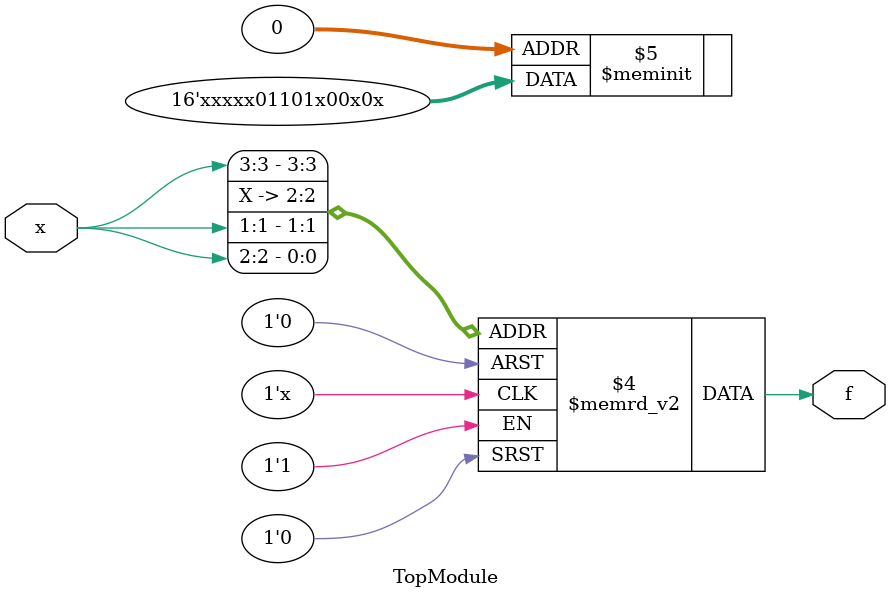
<source format=sv>
module TopModule (
    input logic [3:0] x,
    output logic f
);

always @(*) begin
    case ({x[3], x[4], x[1], x[2]})
        4'b0000: f = 1'bx; // d
        4'b0001: f = 1'b0;
        4'b0010: f = 1'bx; // d
        4'b0011: f = 1'b0;
        4'b0100: f = 1'b0;
        4'b0101: f = 1'bx; // d
        4'b0110: f = 1'b1;
        4'b0111: f = 1'b0;
        4'b1000: f = 1'b1;
        4'b1001: f = 1'b1;
        4'b1010: f = 1'b0;
        4'b1011: f = 1'bx; // d
        4'b1100: f = 1'bx; // d
        4'b1101: f = 1'bx; // d
        4'b1110: f = 1'bx; // d
        4'b1111: f = 1'bx; // d
        default: f = 1'b0; // default case
    endcase
end

endmodule
</source>
